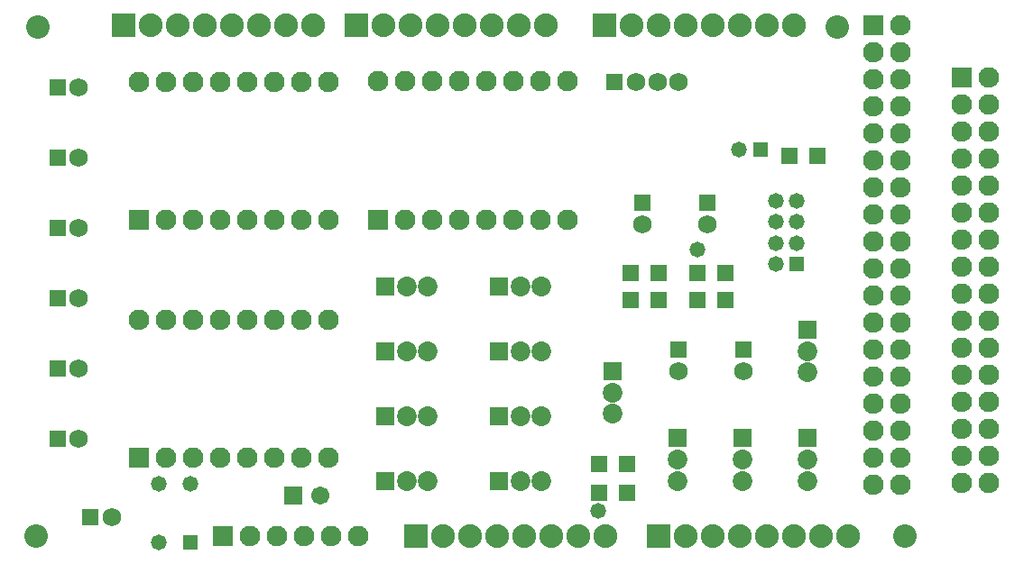
<source format=gts>
%FSLAX24Y24*%
%MOIN*%
G70*
G01*
G75*
G04 Layer_Color=8388736*
%ADD10R,0.0550X0.0520*%
%ADD11C,0.0100*%
%ADD12C,0.0787*%
%ADD13C,0.0680*%
%ADD14R,0.0591X0.0591*%
%ADD15C,0.0591*%
%ADD16C,0.0650*%
%ADD17R,0.0600X0.0600*%
%ADD18C,0.0600*%
%ADD19R,0.0550X0.0550*%
%ADD20C,0.0800*%
%ADD21R,0.0800X0.0800*%
%ADD22R,0.0600X0.0600*%
%ADD23R,0.0650X0.0650*%
%ADD24R,0.0550X0.0550*%
%ADD25R,0.0650X0.0650*%
%ADD26C,0.0500*%
%ADD27R,0.0500X0.0500*%
%ADD28R,0.0450X0.0450*%
%ADD29R,0.0500X0.0500*%
%ADD30C,0.0080*%
%ADD31C,0.0079*%
%ADD32C,0.0060*%
%ADD33R,0.0630X0.0600*%
%ADD34C,0.0867*%
%ADD35C,0.0760*%
%ADD36R,0.0671X0.0671*%
%ADD37C,0.0671*%
%ADD38C,0.0730*%
%ADD39R,0.0680X0.0680*%
%ADD40R,0.0630X0.0630*%
%ADD41C,0.0880*%
%ADD42R,0.0880X0.0880*%
%ADD43R,0.0680X0.0680*%
%ADD44R,0.0730X0.0730*%
%ADD45R,0.0630X0.0630*%
%ADD46R,0.0730X0.0730*%
%ADD47C,0.0580*%
%ADD48R,0.0580X0.0580*%
%ADD49R,0.0530X0.0530*%
%ADD50R,0.0580X0.0580*%
D13*
X18637Y23100D02*
D03*
X17418Y36390D02*
D03*
Y33790D02*
D03*
Y31190D02*
D03*
Y28590D02*
D03*
Y25990D02*
D03*
X41980Y28493D02*
D03*
X39580D02*
D03*
X40640Y33933D02*
D03*
X38240D02*
D03*
X39582Y39200D02*
D03*
X38007D02*
D03*
X38795D02*
D03*
X17418Y38990D02*
D03*
D33*
X43680Y36450D02*
D03*
X44720D02*
D03*
X40270Y31120D02*
D03*
X41310D02*
D03*
X40270Y32120D02*
D03*
X41310D02*
D03*
X38840Y31130D02*
D03*
X37800D02*
D03*
Y32130D02*
D03*
X38840D02*
D03*
X36630Y24000D02*
D03*
X37670D02*
D03*
X36630Y25050D02*
D03*
X37670D02*
D03*
D34*
X47928Y22392D02*
D03*
X15841D02*
D03*
X15911Y41240D02*
D03*
X45438D02*
D03*
D35*
X26630Y30408D02*
D03*
Y25290D02*
D03*
X35470Y39218D02*
D03*
Y34100D02*
D03*
X26630Y39208D02*
D03*
Y34090D02*
D03*
X25630Y30408D02*
D03*
X28470Y39218D02*
D03*
X34470D02*
D03*
X19630Y30408D02*
D03*
X31470Y39218D02*
D03*
X34470Y34100D02*
D03*
X33470D02*
D03*
X32470D02*
D03*
X31470D02*
D03*
X30470D02*
D03*
X29470D02*
D03*
X20630Y34090D02*
D03*
X21630D02*
D03*
X22630D02*
D03*
X23630D02*
D03*
X24630D02*
D03*
X25630D02*
D03*
X22630Y39208D02*
D03*
X21630D02*
D03*
X20630D02*
D03*
Y25290D02*
D03*
X21630D02*
D03*
X22630D02*
D03*
X23630D02*
D03*
X24630D02*
D03*
X25630D02*
D03*
X22630Y30408D02*
D03*
X19630Y39208D02*
D03*
X25630D02*
D03*
X24630D02*
D03*
X23630D02*
D03*
X33470Y39218D02*
D03*
X32470D02*
D03*
X30470D02*
D03*
X29470D02*
D03*
X24630Y30408D02*
D03*
X23630D02*
D03*
X21630D02*
D03*
X20630D02*
D03*
X51050Y37350D02*
D03*
Y39350D02*
D03*
X50050Y37350D02*
D03*
Y38350D02*
D03*
X51050D02*
D03*
X50050Y35350D02*
D03*
X51050D02*
D03*
X50050Y28350D02*
D03*
X51050D02*
D03*
Y29350D02*
D03*
X50050D02*
D03*
Y30350D02*
D03*
X51050D02*
D03*
Y32350D02*
D03*
X50050D02*
D03*
Y31350D02*
D03*
X51050D02*
D03*
Y27350D02*
D03*
X50050D02*
D03*
Y26350D02*
D03*
X51050D02*
D03*
Y25350D02*
D03*
X50050D02*
D03*
Y24350D02*
D03*
X51050D02*
D03*
X50050Y36350D02*
D03*
X51050D02*
D03*
Y34350D02*
D03*
X50050Y33350D02*
D03*
X51050D02*
D03*
X50050Y34350D02*
D03*
X47780Y35290D02*
D03*
X46780D02*
D03*
X47780Y36290D02*
D03*
X46780D02*
D03*
X47780Y37290D02*
D03*
X46780D02*
D03*
X47780Y38290D02*
D03*
X46780D02*
D03*
X47780Y39290D02*
D03*
X46780D02*
D03*
X47780Y40290D02*
D03*
X46780D02*
D03*
X47780Y41290D02*
D03*
Y24290D02*
D03*
X46780D02*
D03*
Y25290D02*
D03*
X47780D02*
D03*
X46780Y26290D02*
D03*
X47780D02*
D03*
X46780Y30290D02*
D03*
X47780D02*
D03*
X46780Y29290D02*
D03*
X47780D02*
D03*
Y32290D02*
D03*
X46780Y31290D02*
D03*
X47780D02*
D03*
X46780Y28290D02*
D03*
X47780D02*
D03*
X46780Y27290D02*
D03*
X47780D02*
D03*
Y34290D02*
D03*
X46780Y33290D02*
D03*
X47780D02*
D03*
X46780Y34290D02*
D03*
Y32290D02*
D03*
X27731Y22392D02*
D03*
X26731D02*
D03*
X25731D02*
D03*
X24731D02*
D03*
X23731D02*
D03*
D36*
X25350Y23900D02*
D03*
D37*
X26350D02*
D03*
D38*
X37150Y26925D02*
D03*
Y27713D02*
D03*
X33728Y24440D02*
D03*
X34515D02*
D03*
X33728Y29240D02*
D03*
X34515D02*
D03*
X33728Y31640D02*
D03*
X34515D02*
D03*
X29528Y24440D02*
D03*
X30315D02*
D03*
X29528Y26840D02*
D03*
X30315D02*
D03*
X29528Y29240D02*
D03*
X30315D02*
D03*
X29528Y31640D02*
D03*
X30315D02*
D03*
X41950Y25232D02*
D03*
Y24445D02*
D03*
X44350Y25232D02*
D03*
Y24445D02*
D03*
X44340Y29243D02*
D03*
Y28455D02*
D03*
X33728Y26840D02*
D03*
X34515D02*
D03*
X39550Y24445D02*
D03*
Y25232D02*
D03*
D39*
X37150Y28500D02*
D03*
X44340Y30030D02*
D03*
X41950Y26020D02*
D03*
X44350D02*
D03*
X39550D02*
D03*
D40*
X17850Y23100D02*
D03*
X16630Y36390D02*
D03*
Y33790D02*
D03*
Y31190D02*
D03*
Y28590D02*
D03*
Y25990D02*
D03*
X37220Y39200D02*
D03*
X16630Y38990D02*
D03*
D41*
X32660Y41290D02*
D03*
X31660D02*
D03*
X29660D02*
D03*
X30660D02*
D03*
X28660D02*
D03*
X37826D02*
D03*
X34660D02*
D03*
X33660D02*
D03*
X38826D02*
D03*
X39826D02*
D03*
X40826D02*
D03*
X41826D02*
D03*
X42826D02*
D03*
X43826D02*
D03*
X30865Y22392D02*
D03*
X31865D02*
D03*
X32865D02*
D03*
X33865D02*
D03*
X34865D02*
D03*
X35865D02*
D03*
X36865D02*
D03*
X39833D02*
D03*
X40833D02*
D03*
X41833D02*
D03*
X42833D02*
D03*
X43833D02*
D03*
X44833D02*
D03*
X45833D02*
D03*
X26060Y41290D02*
D03*
X25060D02*
D03*
X24060D02*
D03*
X23060D02*
D03*
X22060D02*
D03*
X21060D02*
D03*
X20060D02*
D03*
D42*
X27660D02*
D03*
X36826D02*
D03*
X29865Y22392D02*
D03*
X38833D02*
D03*
X19060Y41290D02*
D03*
D43*
X32940Y24440D02*
D03*
Y29240D02*
D03*
Y31640D02*
D03*
X28740Y24440D02*
D03*
Y26840D02*
D03*
Y29240D02*
D03*
Y31640D02*
D03*
X32940Y26840D02*
D03*
D44*
X28470Y34100D02*
D03*
X19630Y34090D02*
D03*
Y25290D02*
D03*
X22731Y22392D02*
D03*
D45*
X41980Y29280D02*
D03*
X39580D02*
D03*
X40640Y34720D02*
D03*
X38240D02*
D03*
D46*
X50050Y39350D02*
D03*
X46780Y41290D02*
D03*
D47*
X43163Y32450D02*
D03*
Y33237D02*
D03*
Y34025D02*
D03*
Y34812D02*
D03*
X43950D02*
D03*
Y34025D02*
D03*
Y33237D02*
D03*
X20369Y22150D02*
D03*
X21550Y24315D02*
D03*
X20369D02*
D03*
X41813Y36700D02*
D03*
X36620Y23320D02*
D03*
X40270Y32980D02*
D03*
D48*
X43950Y32450D02*
D03*
D49*
X21550Y22150D02*
D03*
D50*
X42600Y36700D02*
D03*
M02*

</source>
